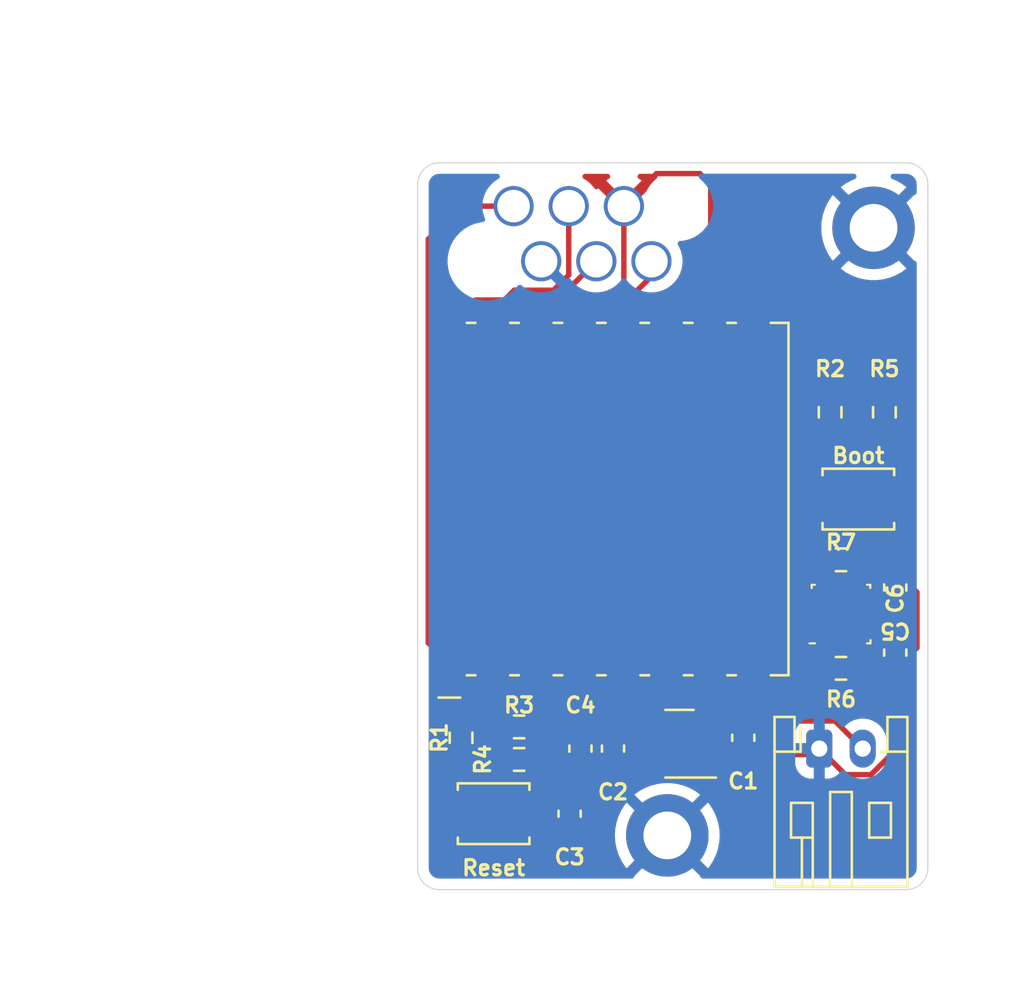
<source format=kicad_pcb>
(kicad_pcb (version 20211014) (generator pcbnew)
  (layers (0 "F.Cu" signal) (31 "B.Cu" signal) (34 "B.Paste" user) (35 "F.Paste" user) (36 "B.SilkS" user "B.Silkscreen") (37 "F.SilkS" user "F.Silkscreen") (38 "B.Mask" user) (39 "F.Mask" user) (44 "Edge.Cuts" user))
  (net 0 "")
  (net 1 "GND")
  (net 2 "VCC")
  (net 3 "+BATT")
  (net 4 "/RX")
  (net 5 "/RST")
  (net 6 "/TX")
  (net 7 "/ADC")
  (net 8 "/BOOT")
  (net 9 "/I2C_CLK")
  (net 10 "/I2C_DAT")
  (net 15 "/GPIO15")
  (footprint "Capacitor_SMD:C_0603_1608Metric" (layer "F.Cu") (at 132.5 109 -90)
    (fp_text reference "C2" (at 2 0 unlocked) (layer "F.SilkS") (effects (font (size 0.7 0.7))))
    (fp_text value "1 µF")
    (fp_line (start -0.14058 0.51) (end 0.14058 0.51) (layer "F.SilkS") (width 0.12))
    (fp_line (start -0.14058 -0.51) (end 0.14058 -0.51) (layer "F.SilkS") (width 0.12))
    (pad "1" smd roundrect (at -0.775 0 270) (size 0.9 0.95) (layers "F.Cu" "F.Paste" "F.Mask") (net 2 "VCC"))
    (pad "2" smd roundrect (at 0.775 0 270) (size 0.9 0.95) (layers "F.Cu" "F.Paste" "F.Mask") (net 1 "GND"))
  )
  (footprint "Connector_JST:JST_PH_S2B-PH-K_1x02_P2.00mm_Horizontal" (layer "F.Cu") (at 142 109)
    (fp_text reference "J1" hide)
    (fp_text value "Conn_01x02_Female")
    (fp_line (start -0.3 4.1) (end -0.3 2.5) (layer "F.SilkS") (width 0.12))
    (fp_line (start 2.3 2.5) (end 3.3 2.5) (layer "F.SilkS") (width 0.12))
    (fp_line (start -1.14 -1.46) (end -2.06 -1.46) (layer "F.SilkS") (width 0.12))
    (fp_line (start 3.3 4.1) (end 2.3 4.1) (layer "F.SilkS") (width 0.12))
    (fp_line (start -0.86 0.14) (end -0.86 -1.075) (layer "F.SilkS") (width 0.12))
    (fp_line (start 3.3 2.5) (end 3.3 4.1) (layer "F.SilkS") (width 0.12))
    (fp_line (start 3.14 -1.46) (end 3.14 0.14) (layer "F.SilkS") (width 0.12))
    (fp_line (start -0.86 0.14) (end -1.14 0.14) (layer "F.SilkS") (width 0.12))
    (fp_line (start -1.14 0.14) (end -1.14 -1.46) (layer "F.SilkS") (width 0.12))
    (fp_line (start -1.3 2.5) (end -1.3 4.1) (layer "F.SilkS") (width 0.12))
    (fp_line (start 0.5 6.36) (end 0.5 2) (layer "F.SilkS") (width 0.12))
    (fp_line (start -2.06 -1.46) (end -2.06 6.36) (layer "F.SilkS") (width 0.12))
    (fp_line (start 2.3 4.1) (end 2.3 2.5) (layer "F.SilkS") (width 0.12))
    (fp_line (start 3.14 0.14) (end 2.86 0.14) (layer "F.SilkS") (width 0.12))
    (fp_line (start 1.5 2) (end 1.5 6.36) (layer "F.SilkS") (width 0.12))
    (fp_line (start -0.3 4.1) (end -0.3 6.36) (layer "F.SilkS") (width 0.12))
    (fp_line (start 4.06 0.14) (end 3.14 0.14) (layer "F.SilkS") (width 0.12))
    (fp_line (start -0.8 4.1) (end -0.8 6.36) (layer "F.SilkS") (width 0.12))
    (fp_line (start 4.06 -1.46) (end 3.14 -1.46) (layer "F.SilkS") (width 0.12))
    (fp_line (start -1.3 4.1) (end -0.3 4.1) (layer "F.SilkS") (width 0.12))
    (fp_line (start -0.3 2.5) (end -1.3 2.5) (layer "F.SilkS") (width 0.12))
    (fp_line (start -2.06 0.14) (end -1.14 0.14) (layer "F.SilkS") (width 0.12))
    (fp_line (start 4.06 6.36) (end 4.06 -1.46) (layer "F.SilkS") (width 0.12))
    (fp_line (start 0.5 2) (end 1.5 2) (layer "F.SilkS") (width 0.12))
    (fp_line (start -2.06 6.36) (end 4.06 6.36) (layer "F.SilkS") (width 0.12))
    (pad "1" thru_hole roundrect (at 0 0) (size 1.2 1.75) (drill 0.75) (layers *.Cu *.Mask) (roundrect_rratio 0.208333) (net 1 "GND"))
    (pad "2" thru_hole oval (at 2 0) (size 1.2 1.75) (drill 0.75) (layers *.Cu *.Mask) (net 3 "+BATT"))
  )
  (footprint "Resistor_SMD:R_0603_1608Metric" (layer "F.Cu") (at 125.5 108.5 -90)
    (fp_text reference "R1" (at 0 1 90 unlocked) (layer "F.SilkS") (effects (font (size 0.7 0.7))))
    (fp_text value "10 k")
    (fp_line (start -0.237258 -0.5225) (end 0.237258 -0.5225) (layer "F.SilkS") (width 0.12))
    (fp_line (start -0.237258 0.5225) (end 0.237258 0.5225) (layer "F.SilkS") (width 0.12))
    (pad "1" smd roundrect (at -0.825 0 270) (size 0.8 0.95) (layers "F.Cu" "F.Paste" "F.Mask") (net 5 "/RST"))
    (pad "2" smd roundrect (at 0.825 0 270) (size 0.8 0.95) (layers "F.Cu" "F.Paste" "F.Mask") (net 2 "VCC"))
  )
  (footprint "Resistor_SMD:R_0603_1608Metric" (layer "F.Cu") (at 142.5 93.5 90)
    (fp_text reference "R2" (at 2 0 unlocked) (layer "F.SilkS") (effects (font (size 0.7 0.7))))
    (fp_text value "1 k")
    (fp_line (start -0.237258 0.5225) (end 0.237258 0.5225) (layer "F.SilkS") (width 0.12))
    (fp_line (start -0.237258 -0.5225) (end 0.237258 -0.5225) (layer "F.SilkS") (width 0.12))
    (pad "1" smd roundrect (at -0.825 0 90) (size 0.8 0.95) (layers "F.Cu" "F.Paste" "F.Mask") (net 2 "VCC"))
    (pad "2" smd roundrect (at 0.825 0 90) (size 0.8 0.95) (layers "F.Cu" "F.Paste" "F.Mask") (net 8 "/BOOT"))
  )
  (footprint "Button_Switch_SMD:SW_SPST_B3U-1000P" (layer "F.Cu") (at 127 112 180)
    (fp_text reference "Reset" (at 0 -2.5 unlocked) (layer "F.SilkS") (effects (font (size 0.7 0.7))))
    (fp_text value "SW_Push")
    (fp_line (start -1.65 1.4) (end 1.65 1.4) (layer "F.SilkS") (width 0.12))
    (fp_line (start -1.65 -1.4) (end 1.65 -1.4) (layer "F.SilkS") (width 0.12))
    (fp_line (start 1.65 1.4) (end 1.65 1.1) (layer "F.SilkS") (width 0.12))
    (fp_line (start -1.65 1.1) (end -1.65 1.4) (layer "F.SilkS") (width 0.12))
    (fp_line (start -1.65 -1.1) (end -1.65 -1.4) (layer "F.SilkS") (width 0.12))
    (fp_line (start 1.65 -1.4) (end 1.65 -1.1) (layer "F.SilkS") (width 0.12))
    (pad "1" smd rect (at -1.7 0 180) (size 0.9 1.7) (layers "F.Cu" "F.Paste" "F.Mask") (net 1 "GND"))
    (pad "2" smd rect (at 1.7 0 180) (size 0.9 1.7) (layers "F.Cu" "F.Paste" "F.Mask") (net 5 "/RST"))
  )
  (footprint "Package_TO_SOT_SMD:SOT-23" (layer "F.Cu") (at 135.5625 108.775 180)
    (fp_text reference "U1" hide)
    (fp_text value "MCP1700-3302E_TO92")
    (fp_line (start 0 1.56) (end -0.65 1.56) (layer "F.SilkS") (width 0.12))
    (fp_line (start 0 -1.56) (end 0.65 -1.56) (layer "F.SilkS") (width 0.12))
    (fp_line (start 0 1.56) (end 0.65 1.56) (layer "F.SilkS") (width 0.12))
    (fp_line (start 0 -1.56) (end -1.675 -1.56) (layer "F.SilkS") (width 0.12))
    (pad "1" smd roundrect (at -0.9375 -0.95 180) (size 1.475 0.6) (layers "F.Cu" "F.Paste" "F.Mask") (net 1 "GND"))
    (pad "2" smd roundrect (at -0.9375 0.95 180) (size 1.475 0.6) (layers "F.Cu" "F.Paste" "F.Mask") (net 3 "+BATT"))
    (pad "3" smd roundrect (at 0.9375 0 180) (size 1.475 0.6) (layers "F.Cu" "F.Paste" "F.Mask") (net 2 "VCC"))
  )
  (footprint "Library:ESP-07" (layer "F.Cu") (at 129.8625 97.5 90)
    (fp_text reference "U2" hide)
    (fp_text value "ESP-07")
    (fp_line (start -8.12 8.3) (end -8.12 7.9) (layer "F.SilkS") (width 0.12))
    (fp_line (start 8.12 2.3) (end 8.12 1.9) (layer "F.SilkS") (width 0.12))
    (fp_line (start 8.12 8.3) (end 8.12 7.9) (layer "F.SilkS") (width 0.12))
    (fp_line (start 8.12 -3.7) (end 8.12 -4.1) (layer "F.SilkS") (width 0.12))
    (fp_line (start -8.12 6.3) (end -8.12 5.9) (layer "F.SilkS") (width 0.12))
    (fp_line (start 8.12 -1.7) (end 8.12 -2.1) (layer "F.SilkS") (width 0.12))
    (fp_line (start 8.12 0.3) (end 8.12 -0.1) (layer "F.SilkS") (width 0.12))
    (fp_line (start -8.12 2.3) (end -8.12 1.9) (layer "F.SilkS") (width 0.12))
    (fp_line (start 8.12 4.3) (end 8.12 3.9) (layer "F.SilkS") (width 0.12))
    (fp_line (start -8.12 10.72) (end -8.12 9.9) (layer "F.SilkS") (width 0.12))
    (fp_line (start -8.12 -1.7) (end -8.12 -2.1) (layer "F.SilkS") (width 0.12))
    (fp_line (start 8.12 10.72) (end -8.12 10.72) (layer "F.SilkS") (width 0.12))
    (fp_line (start -8.12 0.3) (end -8.12 -0.1) (layer "F.SilkS") (width 0.12))
    (fp_line (start 8.12 6.3) (end 8.12 5.9) (layer "F.SilkS") (width 0.12))
    (fp_line (start -9.15 -5.4) (end -9.15 -4.4) (layer "F.SilkS") (width 0.12))
    (fp_line (start -8.12 -3.7) (end -8.12 -4.1) (layer "F.SilkS") (width 0.12))
    (fp_line (start 8.12 9.9) (end 8.12 10.72) (layer "F.SilkS") (width 0.12))
    (fp_line (start -8.12 4.3) (end -8.12 3.9) (layer "F.SilkS") (width 0.12))
    (pad "1" smd rect (at -7.6 -4.9 90) (size 2.5 1) (layers "F.Cu" "F.Paste" "F.Mask") (net 5 "/RST"))
    (pad "2" smd rect (at -7.6 -2.9 90) (size 2.5 1) (layers "F.Cu" "F.Paste" "F.Mask") (net 7 "/ADC"))
    (pad "3" smd rect (at -7.6 -0.9 90) (size 2.5 1) (layers "F.Cu" "F.Paste" "F.Mask") (net 2 "VCC"))
    (pad "4" smd rect (at -7.6 1.1 90) (size 2.5 1) (layers "F.Cu" "F.Paste" "F.Mask"))
    (pad "5" smd rect (at -7.6 3.1 90) (size 2.5 1) (layers "F.Cu" "F.Paste" "F.Mask"))
    (pad "6" smd rect (at -7.6 5.1 90) (size 2.5 1) (layers "F.Cu" "F.Paste" "F.Mask"))
    (pad "7" smd rect (at -7.6 7.1 90) (size 2.5 1) (layers "F.Cu" "F.Paste" "F.Mask"))
    (pad "8" smd rect (at -7.6 9.1 90) (size 2.5 1) (layers "F.Cu" "F.Paste" "F.Mask") (net 2 "VCC"))
    (pad "9" smd rect (at 7.6 9.1 90) (size 2.5 1) (layers "F.Cu" "F.Paste" "F.Mask") (net 1 "GND"))
    (pad "10" smd rect (at 7.6 7.1 90) (size 2.5 1) (layers "F.Cu" "F.Paste" "F.Mask") (net 15 "/GPIO15"))
    (pad "11" smd rect (at 7.6 5.1 90) (size 2.5 1) (layers "F.Cu" "F.Paste" "F.Mask") (net 2 "VCC"))
    (pad "12" smd rect (at 7.6 3.1 90) (size 2.5 1) (layers "F.Cu" "F.Paste" "F.Mask") (net 8 "/BOOT"))
    (pad "13" smd rect (at 7.6 1.1 90) (size 2.5 1) (layers "F.Cu" "F.Paste" "F.Mask") (net 9 "/I2C_CLK"))
    (pad "14" smd rect (at 7.6 -0.9 90) (size 2.5 1) (layers "F.Cu" "F.Paste" "F.Mask") (net 10 "/I2C_DAT"))
    (pad "15" smd rect (at 7.6 -2.9 90) (size 2.5 1) (layers "F.Cu" "F.Paste" "F.Mask") (net 4 "/RX"))
    (pad "16" smd rect (at 7.6 -4.9 90) (size 2.5 1) (layers "F.Cu" "F.Paste" "F.Mask") (net 6 "/TX"))
    (zone (net 0) (net_name "") (layers *.Cu) (connect_pads (clearance 0)) (min_thickness 0.254)
      (keepout (tracks not_allowed) (vias not_allowed) (pads not_allowed) (copperpour not_allowed) (footprints not_allowed))
      (fill (thermal_gap 0.508) (thermal_bridge_width 0.508))
      (polygon (pts (xy 123.8625 120.5) (xy 123.8625 74.5) (xy 104.2625 74.5) (xy 104.2625 120.5)))
    )
  )
  (footprint "Resistor_SMD:R_0603_1608Metric" (layer "F.Cu") (at 128.175 108 180)
    (fp_text reference "R3" (at 0 1 unlocked) (layer "F.SilkS") (effects (font (size 0.7 0.7))))
    (fp_text value "100 k")
    (fp_line (start -0.237258 -0.5225) (end 0.237258 -0.5225) (layer "F.SilkS") (width 0.12))
    (fp_line (start -0.237258 0.5225) (end 0.237258 0.5225) (layer "F.SilkS") (width 0.12))
    (pad "1" smd roundrect (at -0.825 0 180) (size 0.8 0.95) (layers "F.Cu" "F.Paste" "F.Mask") (net 3 "+BATT"))
    (pad "2" smd roundrect (at 0.825 0 180) (size 0.8 0.95) (layers "F.Cu" "F.Paste" "F.Mask") (net 7 "/ADC"))
  )
  (footprint "Resistor_SMD:R_0603_1608Metric" (layer "F.Cu") (at 128.175 109.5)
    (fp_text reference "R4" (at -1.675 0 90 unlocked) (layer "F.SilkS") (effects (font (size 0.7 0.7))))
    (fp_text value "300 k")
    (fp_line (start -0.237258 0.5225) (end 0.237258 0.5225) (layer "F.SilkS") (width 0.12))
    (fp_line (start -0.237258 -0.5225) (end 0.237258 -0.5225) (layer "F.SilkS") (width 0.12))
    (pad "1" smd roundrect (at -0.825 0) (size 0.8 0.95) (layers "F.Cu" "F.Paste" "F.Mask") (net 7 "/ADC"))
    (pad "2" smd roundrect (at 0.825 0) (size 0.8 0.95) (layers "F.Cu" "F.Paste" "F.Mask") (net 1 "GND"))
  )
  (footprint "Capacitor_SMD:C_0603_1608Metric" (layer "F.Cu") (at 138.5 108.5 -90)
    (fp_text reference "C1" (at 2 0 unlocked) (layer "F.SilkS") (effects (font (size 0.7 0.7))))
    (fp_text value "1 µF")
    (fp_line (start -0.14058 0.51) (end 0.14058 0.51) (layer "F.SilkS") (width 0.12))
    (fp_line (start -0.14058 -0.51) (end 0.14058 -0.51) (layer "F.SilkS") (width 0.12))
    (pad "1" smd roundrect (at -0.775 0 270) (size 0.9 0.95) (layers "F.Cu" "F.Paste" "F.Mask") (net 3 "+BATT"))
    (pad "2" smd roundrect (at 0.775 0 270) (size 0.9 0.95) (layers "F.Cu" "F.Paste" "F.Mask") (net 1 "GND"))
  )
  (footprint "Button_Switch_SMD:SW_SPST_B3U-1000P" (layer "F.Cu") (at 143.8 97.5)
    (fp_text reference "Boot" (at 0 -2 unlocked) (layer "F.SilkS") (effects (font (size 0.7 0.7))))
    (fp_text value "SW_Push")
    (fp_line (start 1.65 -1.4) (end 1.65 -1.1) (layer "F.SilkS") (width 0.12))
    (fp_line (start -1.65 1.1) (end -1.65 1.4) (layer "F.SilkS") (width 0.12))
    (fp_line (start 1.65 1.4) (end 1.65 1.1) (layer "F.SilkS") (width 0.12))
    (fp_line (start -1.65 -1.1) (end -1.65 -1.4) (layer "F.SilkS") (width 0.12))
    (fp_line (start -1.65 1.4) (end 1.65 1.4) (layer "F.SilkS") (width 0.12))
    (fp_line (start -1.65 -1.4) (end 1.65 -1.4) (layer "F.SilkS") (width 0.12))
    (pad "1" smd rect (at -1.7 0) (size 0.9 1.7) (layers "F.Cu" "F.Paste" "F.Mask") (net 8 "/BOOT"))
    (pad "2" smd rect (at 1.7 0) (size 0.9 1.7) (layers "F.Cu" "F.Paste" "F.Mask") (net 1 "GND"))
  )
  (footprint "Resistor_SMD:R_0603_1608Metric" (layer "F.Cu") (at 145 93.5 90)
    (fp_text reference "R5" (at 2 0 unlocked) (layer "F.SilkS") (effects (font (size 0.7 0.7))))
    (fp_text value "12 k")
    (fp_line (start -0.237258 -0.5225) (end 0.237258 -0.5225) (layer "F.SilkS") (width 0.12))
    (fp_line (start -0.237258 0.5225) (end 0.237258 0.5225) (layer "F.SilkS") (width 0.12))
    (pad "1" smd roundrect (at -0.825 0 90) (size 0.8 0.95) (layers "F.Cu" "F.Paste" "F.Mask") (net 1 "GND"))
    (pad "2" smd roundrect (at 0.825 0 90) (size 0.8 0.95) (layers "F.Cu" "F.Paste" "F.Mask") (net 15 "/GPIO15"))
  )
  (footprint "Package_LGA:Bosch_LGA-8_2.5x2.5mm_P0.65mm_ClockwisePinNumbering" (layer "F.Cu") (at 143 102.8 90)
    (fp_text reference "U3" hide)
    (fp_text value "BME280")
    (fp_line (start -1.35 1.35) (end -1.35 1.2) (layer "F.SilkS") (width 0.1))
    (fp_line (start -1.35 -1.2) (end -1.35 -1.45) (layer "F.SilkS") (width 0.1))
    (fp_line (start -1.35 1.36) (end -1.2 1.36) (layer "F.SilkS") (width 0.1))
    (fp_line (start 1.35 -1.35) (end 1.35 -1.2) (layer "F.SilkS") (width 0.1))
    (fp_line (start 1.35 1.35) (end 1.35 1.2) (layer "F.SilkS") (width 0.1))
    (fp_line (start 1.2 -1.35) (end 1.35 -1.35) (layer "F.SilkS") (width 0.1))
    (fp_line (start 1.35 1.35) (end 1.2 1.35) (layer "F.SilkS") (width 0.1))
    (pad "1" smd rect (at -0.975 -1.025 180) (size 0.5 0.35) (layers "F.Cu" "F.Paste" "F.Mask") (net 1 "GND"))
    (pad "2" smd rect (at -0.325 -1.025 180) (size 0.5 0.35) (layers "F.Cu" "F.Paste" "F.Mask") (net 2 "VCC"))
    (pad "3" smd rect (at 0.325 -1.025 180) (size 0.5 0.35) (layers "F.Cu" "F.Paste" "F.Mask") (net 10 "/I2C_DAT"))
    (pad "4" smd rect (at 0.975 -1.025 180) (size 0.5 0.35) (layers "F.Cu" "F.Paste" "F.Mask") (net 9 "/I2C_CLK"))
    (pad "5" smd rect (at 0.975 1.025 180) (size 0.5 0.35) (layers "F.Cu" "F.Paste" "F.Mask") (net 1 "GND"))
    (pad "6" smd rect (at 0.325 1.025 180) (size 0.5 0.35) (layers "F.Cu" "F.Paste" "F.Mask") (net 2 "VCC"))
    (pad "7" smd rect (at -0.325 1.025 180) (size 0.5 0.35) (layers "F.Cu" "F.Paste" "F.Mask") (net 1 "GND"))
    (pad "8" smd rect (at -0.975 1.025 180) (size 0.5 0.35) (layers "F.Cu" "F.Paste" "F.Mask") (net 2 "VCC"))
  )
  (footprint "Capacitor_SMD:C_0603_1608Metric" (layer "F.Cu") (at 130.5 112 90)
    (fp_text reference "C3" (at -2 0 unlocked) (layer "F.SilkS") (effects (font (size 0.7 0.7))))
    (fp_text value "1 µF")
    (fp_line (start -0.14058 0.51) (end 0.14058 0.51) (layer "F.SilkS") (width 0.12))
    (fp_line (start -0.14058 -0.51) (end 0.14058 -0.51) (layer "F.SilkS") (width 0.12))
    (pad "1" smd roundrect (at -0.775 0 90) (size 0.9 0.95) (layers "F.Cu" "F.Paste" "F.Mask") (net 5 "/RST"))
    (pad "2" smd roundrect (at 0.775 0 90) (size 0.9 0.95) (layers "F.Cu" "F.Paste" "F.Mask") (net 1 "GND"))
  )
  (footprint "Capacitor_SMD:C_0603_1608Metric" (layer "F.Cu") (at 131 109 90)
    (fp_text reference "C4" (at 2 0 unlocked) (layer "F.SilkS") (effects (font (size 0.7 0.7))))
    (fp_text value "100 nF")
    (fp_line (start -0.14058 0.51) (end 0.14058 0.51) (layer "F.SilkS") (width 0.12))
    (fp_line (start -0.14058 -0.51) (end 0.14058 -0.51) (layer "F.SilkS") (width 0.12))
    (pad "1" smd roundrect (at -0.775 0 90) (size 0.9 0.95) (layers "F.Cu" "F.Paste" "F.Mask") (net 1 "GND"))
    (pad "2" smd roundrect (at 0.775 0 90) (size 0.9 0.95) (layers "F.Cu" "F.Paste" "F.Mask") (net 2 "VCC"))
  )
  (footprint "Capacitor_SMD:C_0603_1608Metric" (layer "F.Cu") (at 145.5 101.575 90)
    (fp_text reference "C5" (at -2 0 180 unlocked) (layer "F.SilkS") (effects (font (size 0.7 0.7))))
    (fp_text value "100 nF")
    (fp_line (start -0.14058 -0.51) (end 0.14058 -0.51) (layer "F.SilkS") (width 0.12))
    (fp_line (start -0.14058 0.51) (end 0.14058 0.51) (layer "F.SilkS") (width 0.12))
    (pad "1" smd roundrect (at -0.775 0 90) (size 0.9 0.95) (layers "F.Cu" "F.Paste" "F.Mask") (net 2 "VCC"))
    (pad "2" smd roundrect (at 0.775 0 90) (size 0.9 0.95) (layers "F.Cu" "F.Paste" "F.Mask") (net 1 "GND"))
  )
  (footprint "Resistor_SMD:R_0603_1608Metric" (layer "F.Cu") (at 143 100.3 180)
    (fp_text reference "R7" (at 0 0.8 unlocked) (layer "F.SilkS") (effects (font (size 0.7 0.7))))
    (fp_text value "4.7 k")
    (fp_line (start -0.237258 0.5225) (end 0.237258 0.5225) (layer "F.SilkS") (width 0.12))
    (fp_line (start -0.237258 -0.5225) (end 0.237258 -0.5225) (layer "F.SilkS") (width 0.12))
    (pad "1" smd roundrect (at -0.825 0 180) (size 0.8 0.95) (layers "F.Cu" "F.Paste" "F.Mask") (net 2 "VCC"))
    (pad "2" smd roundrect (at 0.825 0 180) (size 0.8 0.95) (layers "F.Cu" "F.Paste" "F.Mask") (net 9 "/I2C_CLK"))
  )
  (footprint "MountingHole:MountingHole_2.2mm_M2_DIN965_Pad" (layer "F.Cu") (at 135 113)
    (fp_text reference "H2" hide)
    (fp_text value "MountingHole_Pad")
    (pad "1" thru_hole circle (at 0 0) (size 3.8 3.8) (drill 2.2) (layers *.Cu *.Mask) (net 1 "GND"))
  )
  (footprint "Capacitor_SMD:C_0603_1608Metric" (layer "F.Cu") (at 145.5 104.575 -90)
    (fp_text reference "C6" (at -2.5 0 90 unlocked) (layer "F.SilkS") (effects (font (size 0.7 0.7))))
    (fp_text value "100 nF")
    (fp_line (start -0.14058 0.51) (end 0.14058 0.51) (layer "F.SilkS") (width 0.12))
    (fp_line (start -0.14058 -0.51) (end 0.14058 -0.51) (layer "F.SilkS") (width 0.12))
    (pad "1" smd roundrect (at -0.775 0 270) (size 0.9 0.95) (layers "F.Cu" "F.Paste" "F.Mask") (net 2 "VCC"))
    (pad "2" smd roundrect (at 0.775 0 270) (size 0.9 0.95) (layers "F.Cu" "F.Paste" "F.Mask") (net 1 "GND"))
  )
  (footprint "Resistor_SMD:R_0603_1608Metric" (layer "F.Cu") (at 143 105.3 180)
    (fp_text reference "R6" (at 0 -1.43 unlocked) (layer "F.SilkS") (effects (font (size 0.7 0.7))))
    (fp_text value "4.7 k")
    (fp_line (start -0.237258 -0.5225) (end 0.237258 -0.5225) (layer "F.SilkS") (width 0.12))
    (fp_line (start -0.237258 0.5225) (end 0.237258 0.5225) (layer "F.SilkS") (width 0.12))
    (pad "1" smd roundrect (at -0.825 0 180) (size 0.8 0.95) (layers "F.Cu" "F.Paste" "F.Mask") (net 2 "VCC"))
    (pad "2" smd roundrect (at 0.825 0 180) (size 0.8 0.95) (layers "F.Cu" "F.Paste" "F.Mask") (net 10 "/I2C_DAT"))
  )
  (footprint "MountingHole:MountingHole_2.2mm_M2_DIN965_Pad" (layer "F.Cu") (at 144.5 85)
    (fp_text reference "H1" hide)
    (fp_text value "MountingHole_Pad")
    (pad "1" thru_hole circle (at 0 0) (size 3.8 3.8) (drill 2.2) (layers *.Cu *.Mask) (net 1 "GND"))
  )
  (footprint "Library:Würth_Debug_Connector_6pin" (layer "B.Cu") (at 131.095 85.27 180)
    (fp_text reference "J2" hide)
    (fp_text value "Conn_Wuerth")
    (pad "" np_thru_hole circle (at -4.405 1.27 180) (size 2.2 2.2) (drill 2.2) (layers F&B.Cu *.Mask))
    (pad "" np_thru_hole circle (at 4.405 -1.27 180) (size 2.6 2.6) (drill 2.6) (layers F&B.Cu *.Mask))
    (pad "1" thru_hole circle (at 3.175 1.27 180) (size 1.85 1.85) (drill 1.5) (layers *.Cu *.Mask) (net 5 "/RST"))
    (pad "2" thru_hole circle (at 1.905 -1.27 180) (size 1.85 1.85) (drill 1.5) (layers *.Cu *.Mask) (net 1 "GND"))
    (pad "3" thru_hole circle (at 0.635 1.27 180) (size 1.85 1.85) (drill 1.5) (layers *.Cu *.Mask) (net 6 "/TX"))
    (pad "4" thru_hole circle (at -0.635 -1.27 180) (size 1.85 1.85) (drill 1.5) (layers *.Cu *.Mask) (net 4 "/RX"))
    (pad "5" thru_hole circle (at -1.905 1.27 180) (size 1.85 1.85) (drill 1.5) (layers *.Cu *.Mask) (net 2 "VCC"))
    (pad "6" thru_hole circle (at -3.175 -1.27 180) (size 1.85 1.85) (drill 1.5) (layers *.Cu *.Mask) (net 8 "/BOOT"))
  )
  (gr_line (start 146 82) (end 124.5 82) (layer "Edge.Cuts") (width 0.05))
  (gr_line (start 123.5 83) (end 123.5 114.5) (layer "Edge.Cuts") (width 0.05))
  (gr_arc (start 147 114.5) (mid 146.707107 115.207107) (end 146 115.5) (layer "Edge.Cuts") (width 0.05))
  (gr_arc (start 124.5 115.5) (mid 123.792893 115.207107) (end 123.5 114.5) (layer "Edge.Cuts") (width 0.05))
  (gr_line (start 124.5 115.5) (end 146 115.5) (layer "Edge.Cuts") (width 0.05))
  (gr_arc (start 123.5 83) (mid 123.792893 82.292893) (end 124.5 82) (layer "Edge.Cuts") (width 0.05))
  (gr_arc (start 146 82) (mid 146.707107 82.292893) (end 147 83) (layer "Edge.Cuts") (width 0.05))
  (gr_line (start 147 83) (end 147 114.5) (layer "Edge.Cuts") (width 0.05))
  (segment (start 130.5 110) (end 130.5 111.225) (width 0.25) (layer "F.Cu") (net 1))
  (segment (start 143.3 103.125) (end 143.3 102) (width 0.25) (layer "F.Cu") (net 1))
  (segment (start 146.5 104.35) (end 145.5 105.35) (width 0.25) (layer "F.Cu") (net 1))
  (segment (start 145.5 109.083148) (end 144.383148 110.2) (width 0.25) (layer "F.Cu") (net 1))
  (segment (start 132.575 109.85) (end 136.375 109.85) (width 0.25) (layer "F.Cu") (net 1))
  (segment (start 145.5 94.825) (end 145 94.325) (width 0.25) (layer "F.Cu") (net 1))
  (segment (start 143.3 103.125) (end 144.025 103.125) (width 0.25) (layer "F.Cu") (net 1))
  (segment (start 144.475 101.825) (end 145.5 100.8) (width 0.25) (layer "F.Cu") (net 1))
  (segment (start 136.375 109.85) (end 136.5 109.725) (width 0.25) (layer "F.Cu") (net 1))
  (segment (start 144.025 101.825) (end 144.475 101.825) (width 0.25) (layer "F.Cu") (net 1))
  (segment (start 143.3 102) (end 143.475 101.825) (width 0.25) (layer "F.Cu") (net 1))
  (segment (start 128.7 112) (end 129.725 112) (width 0.25) (layer "F.Cu") (net 1))
  (segment (start 144.383148 110.2) (end 143.2 110.2) (width 0.25) (layer "F.Cu") (net 1))
  (segment (start 146.5 101.8) (end 146.5 104.35) (width 0.25) (layer "F.Cu") (net 1))
  (segment (start 145.5 97.5) (end 145.5 94.825) (width 0.25) (layer "F.Cu") (net 1))
  (segment (start 138.05 109.725) (end 138.5 109.275) (width 0.25) (layer "F.Cu") (net 1))
  (segment (start 129.275 109.775) (end 129 109.5) (width 0.25) (layer "F.Cu") (net 1))
  (segment (start 131 109.775) (end 130.725 109.775) (width 0.25) (layer "F.Cu") (net 1))
  (segment (start 141.725 109.275) (end 142 109) (width 0.25) (layer "F.Cu") (net 1))
  (segment (start 145.5 100.8) (end 145.5 97.5) (width 0.25) (layer "F.Cu") (net 1))
  (segment (start 138.9625 89.9) (end 139.6 89.9) (width 0.25) (layer "F.Cu") (net 1))
  (segment (start 139.6 89.9) (end 144.5 85) (width 0.25) (layer "F.Cu") (net 1))
  (segment (start 136.5 109.725) (end 138.05 109.725) (width 0.25) (layer "F.Cu") (net 1))
  (segment (start 145.5 105.35) (end 145.5 109.083148) (width 0.25) (layer "F.Cu") (net 1))
  (segment (start 142.65 103.775) (end 143.3 103.125) (width 0.25) (layer "F.Cu") (net 1))
  (segment (start 143.475 101.825) (end 144.025 101.825) (width 0.25) (layer "F.Cu") (net 1))
  (segment (start 138.5 109.275) (end 141.725 109.275) (width 0.25) (layer "F.Cu") (net 1))
  (segment (start 131 109.775) (end 129.275 109.775) (width 0.25) (layer "F.Cu") (net 1))
  (segment (start 145.5 100.8) (end 146.5 101.8) (width 0.25) (layer "F.Cu") (net 1))
  (segment (start 143.2 110.2) (end 142 109) (width 0.25) (layer "F.Cu") (net 1))
  (segment (start 132.5 109.775) (end 132.575 109.85) (width 0.25) (layer "F.Cu") (net 1))
  (segment (start 141.975 103.775) (end 142.65 103.775) (width 0.25) (layer "F.Cu") (net 1))
  (segment (start 132.5 109.775) (end 131 109.775) (width 0.25) (layer "F.Cu") (net 1))
  (segment (start 130.725 109.775) (end 130.5 110) (width 0.25) (layer "F.Cu") (net 1))
  (segment (start 129.725 112) (end 130.5 111.225) (width 0.25) (layer "F.Cu") (net 1))
  (segment (start 141.4 104.275) (end 141.4 103.4) (width 0.25) (layer "F.Cu") (net 2))
  (segment (start 144.025 102.475) (end 145.375 102.475) (width 0.25) (layer "F.Cu") (net 2))
  (segment (start 135 88.5) (end 135 89.8625) (width 0.25) (layer "F.Cu") (net 2))
  (segment (start 126.1375 106.675) (end 126.1375 103.525) (width 0.25) (layer "F.Cu") (net 2))
  (segment (start 128.9625 104.4625) (end 128.9625 105.1) (width 0.25) (layer "F.Cu") (net 2))
  (segment (start 142.55 103.05) (end 142.475 103.125) (width 0.25) (layer "F.Cu") (net 2))
  (segment (start 136.5 82.5) (end 137 83) (width 0.25) (layer "F.Cu") (net 2))
  (segment (start 132.5 108.225) (end 134.559251 108.225) (width 0.25) (layer "F.Cu") (net 2))
  (segment (start 126.5125 107.05) (end 126.1375 106.675) (width 0.25) (layer "F.Cu") (net 2))
  (segment (start 141.675 103.125) (end 141.975 103.125) (width 0.25) (layer "F.Cu") (net 2))
  (segment (start 126.5125 108.3125) (end 126.5125 107.05) (width 0.25) (layer "F.Cu") (net 2))
  (segment (start 141.4 103.4) (end 141.675 103.125) (width 0.25) (layer "F.Cu") (net 2))
  (segment (start 137 83) (end 137 86.5) (width 0.25) (layer "F.Cu") (net 2))
  (segment (start 144.025 103.775) (end 144.025 105.1) (width 0.25) (layer "F.Cu") (net 2))
  (segment (start 142.825 104.3) (end 141.425 104.3) (width 0.25) (layer "F.Cu") (net 2))
  (segment (start 131 108.225) (end 132.5 108.225) (width 0.25) (layer "F.Cu") (net 2))
  (segment (start 143.825 100.3) (end 143.825 95.65) (width 0.25) (layer "F.Cu") (net 2))
  (segment (start 128.9625 105.1) (end 128.9625 106.1875) (width 0.25) (layer "F.Cu") (net 2))
  (segment (start 134.625 108.775) (end 134.625 108.290749) (width 0.25) (layer "F.Cu") (net 2))
  (segment (start 145.5 102.35) (end 145.5 103.8) (width 0.25) (layer "F.Cu") (net 2))
  (segment (start 143.825 95.65) (end 142.5 94.325) (width 0.25) (layer "F.Cu") (net 2))
  (segment (start 141.425 104.3) (end 141.4 104.275) (width 0.25) (layer "F.Cu") (net 2))
  (segment (start 125.5 109.325) (end 126.5125 108.3125) (width 0.25) (layer "F.Cu") (net 2))
  (segment (start 134.559251 108.225) (end 134.625 108.290749) (width 0.25) (layer "F.Cu") (net 2))
  (segment (start 143.825 100.3) (end 142.55 101.575) (width 0.25) (layer "F.Cu") (net 2))
  (segment (start 128.9625 106.1875) (end 131 108.225) (width 0.25) (layer "F.Cu") (net 2))
  (segment (start 133 84) (end 133 87.5) (width 0.25) (layer "F.Cu") (net 2))
  (segment (start 142.55 101.575) (end 142.55 103.05) (width 0.25) (layer "F.Cu") (net 2))
  (segment (start 144.05 103.8) (end 144.025 103.775) (width 0.25) (layer "F.Cu") (net 2))
  (segment (start 132 88.5) (end 132 91.5) (width 0.25) (layer "F.Cu") (net 2))
  (segment (start 128.025 103.525) (end 128.9625 104.4625) (width 0.25) (layer "F.Cu") (net 2))
  (segment (start 133 84) (end 134.5 82.5) (width 0.25) (layer "F.Cu") (net 2))
  (segment (start 126.1375 103.525) (end 128.025 103.525) (width 0.25) (layer "F.Cu") (net 2))
  (segment (start 143.825 105.3) (end 142.825 104.3) (width 0.25) (layer "F.Cu") (net 2))
  (segment (start 134.625 108.290749) (end 136.240749 106.675) (width 0.25) (layer "F.Cu") (net 2))
  (segment (start 138.1375 106.675) (end 138.9625 105.85) (width 0.25) (layer "F.Cu") (net 2))
  (segment (start 142.475 103.125) (end 141.975 103.125) (width 0.25) (layer "F.Cu") (net 2))
  (segment (start 135 89.8625) (end 134.9625 89.9) (width 0.25) (layer "F.Cu") (net 2))
  (segment (start 134.5 82.5) (end 136.5 82.5) (width 0.25) (layer "F.Cu") (net 2))
  (segment (start 138.9625 105.85) (end 138.9625 105.1) (width 0.25) (layer "F.Cu") (net 2))
  (segment (start 145.375 102.475) (end 145.5 102.35) (width 0.25) (layer "F.Cu") (net 2))
  (segment (start 145.5 103.8) (end 144.05 103.8) (width 0.25) (layer "F.Cu") (net 2))
  (segment (start 144.025 105.1) (end 143.825 105.3) (width 0.25) (layer "F.Cu") (net 2))
  (segment (start 137 86.5) (end 135 88.5) (width 0.25) (layer "F.Cu") (net 2))
  (segment (start 133 87.5) (end 132 88.5) (width 0.25) (layer "F.Cu") (net 2))
  (segment (start 136.240749 106.675) (end 138.1375 106.675) (width 0.25) (layer "F.Cu") (net 2))
  (segment (start 138.4 107.825) (end 138.5 107.725) (width 0.25) (layer "F.Cu") (net 3))
  (segment (start 144 109) (end 142.725 107.725) (width 0.25) (layer "F.Cu") (net 3))
  (segment (start 133.4 109.4) (end 133 109) (width 0.25) (layer "F.Cu") (net 3))
  (segment (start 136.5 107.825) (end 138.4 107.825) (width 0.25) (layer "F.Cu") (net 3))
  (segment (start 135.409251 109.4) (end 133.4 109.4) (width 0.25) (layer "F.Cu") (net 3))
  (segment (start 136.5 108.309251) (end 135.409251 109.4) (width 0.25) (layer "F.Cu") (net 3))
  (segment (start 136.5 107.825) (end 136.5 108.309251) (width 0.25) (layer "F.Cu") (net 3))
  (segment (start 133 109) (end 130 109) (width 0.25) (layer "F.Cu") (net 3))
  (segment (start 142.725 107.725) (end 138.5 107.725) (width 0.25) (layer "F.Cu") (net 3))
  (segment (start 130 109) (end 129 108) (width 0.25) (layer "F.Cu") (net 3))
  (segment (start 129.945 88.325) (end 128.175 88.325) (width 0.25) (layer "F.Cu") (net 4))
  (segment (start 128.175 88.325) (end 126.9625 89.5375) (width 0.25) (layer "F.Cu") (net 4))
  (segment (start 126.9625 89.5375) (end 126.9625 89.9) (width 0.25) (layer "F.Cu") (net 4))
  (segment (start 131.73 86.54) (end 129.945 88.325) (width 0.25) (layer "F.Cu") (net 4))
  (segment (start 126.475 113.175) (end 125.3 112) (width 0.25) (layer "F.Cu") (net 5))
  (segment (start 130.5 112.775) (end 130.1 113.175) (width 0.25) (layer "F.Cu") (net 5))
  (segment (start 123.9875 104.125) (end 123.9875 85.527499) (width 0.25) (layer "F.Cu") (net 5))
  (segment (start 123.9875 85.527499) (end 125.514999 84) (width 0.25) (layer "F.Cu") (net 5))
  (segment (start 124.9625 105.1) (end 123.9875 104.125) (width 0.25) (layer "F.Cu") (net 5))
  (segment (start 124.7 105.3625) (end 124.9625 105.1) (width 0.25) (layer "F.Cu") (net 5))
  (segment (start 130.1 113.175) (end 126.475 113.175) (width 0.25) (layer "F.Cu") (net 5))
  (segment (start 125.514999 84) (end 127.92 84) (width 0.25) (layer "F.Cu") (net 5))
  (segment (start 124.7 107.7) (end 124.7 105.3625) (width 0.25) (layer "F.Cu") (net 5))
  (segment (start 125.5 107.675) (end 124.725 107.675) (width 0.25) (layer "F.Cu") (net 5))
  (segment (start 125.3 112) (end 124.7 111.4) (width 0.25) (layer "F.Cu") (net 5))
  (segment (start 124.725 107.675) (end 124.7 107.7) (width 0.25) (layer "F.Cu") (net 5))
  (segment (start 124.7 111.4) (end 124.7 107.7) (width 0.25) (layer "F.Cu") (net 5))
  (segment (start 130.46 84) (end 130.46 87.173604) (width 0.25) (layer "F.Cu") (net 6))
  (segment (start 127.95 87.875) (end 127.5 88.325) (width 0.25) (layer "F.Cu") (net 6))
  (segment (start 130.46 87.173604) (end 129.758604 87.875) (width 0.25) (layer "F.Cu") (net 6))
  (segment (start 129.758604 87.875) (end 127.95 87.875) (width 0.25) (layer "F.Cu") (net 6))
  (segment (start 124.9625 89.5375) (end 124.9625 89.9) (width 0.25) (layer "F.Cu") (net 6))
  (segment (start 127.5 88.325) (end 126.175 88.325) (width 0.25) (layer "F.Cu") (net 6))
  (segment (start 126.175 88.325) (end 124.9625 89.5375) (width 0.25) (layer "F.Cu") (net 6))
  (segment (start 127.35 108) (end 126.9625 107.6125) (width 0.25) (layer "F.Cu") (net 7))
  (segment (start 126.9625 107.6125) (end 126.9625 105.1) (width 0.25) (layer "F.Cu") (net 7))
  (segment (start 127.35 109.5) (end 127.35 108) (width 0.25) (layer "F.Cu") (net 7))
  (segment (start 132.9625 88.5375) (end 132.9625 89.9) (width 0.25) (layer "F.Cu") (net 8))
  (segment (start 134.27 87.23) (end 132.9625 88.5375) (width 0.25) (layer "F.Cu") (net 8))
  (segment (start 132.9625 90.3) (end 132.9625 89.9) (width 0.25) (layer "F.Cu") (net 8))
  (segment (start 134.27 86.54) (end 134.27 87.23) (width 0.25) (layer "F.Cu") (net 8))
  (segment (start 142.175 93) (end 142.5 92.675) (width 0.25) (layer "F.Cu") (net 8))
  (segment (start 141 93) (end 142.175 93) (width 0.25) (layer "F.Cu") (net 8))
  (segment (start 135.6625 93) (end 132.9625 90.3) (width 0.25) (layer "F.Cu") (net 8))
  (segment (start 133 89.5) (end 133.1 89.4) (width 0.25) (layer "F.Cu") (net 8))
  (segment (start 141 93) (end 135.6625 93) (width 0.25) (layer "F.Cu") (net 8))
  (segment (start 141 96.4) (end 141 93) (width 0.25) (layer "F.Cu") (net 8))
  (segment (start 142.1 97.5) (end 141 96.4) (width 0.25) (layer "F.Cu") (net 8))
  (segment (start 140.5 101.5) (end 140.825 101.825) (width 0.25) (layer "F.Cu") (net 9))
  (segment (start 142.175 100.3) (end 141.7 100.3) (width 0.25) (layer "F.Cu") (net 9))
  (segment (start 141.7 100.3) (end 140.5 101.5) (width 0.25) (layer "F.Cu") (net 9))
  (segment (start 140.825 101.825) (end 141.975 101.825) (width 0.25) (layer "F.Cu") (net 9))
  (segment (start 140.5 101.5) (end 130.9625 91.9625) (width 0.25) (layer "F.Cu") (net 9))
  (segment (start 130.9625 91.9625) (end 130.9625 89.9) (width 0.25) (layer "F.Cu") (net 9))
  (segment (start 140.525 102.475) (end 141.975 102.475) (width 0.25) (layer "F.Cu") (net 10))
  (segment (start 142.175 105.3) (end 141.3 105.3) (width 0.25) (layer "F.Cu") (net 10))
  (segment (start 128.9625 90.9125) (end 128.9625 89.9) (width 0.25) (layer "F.Cu") (net 10))
  (segment (start 140.5 102.5) (end 140.525 102.475) (width 0.25) (layer "F.Cu") (net 10))
  (segment (start 140.525 102.475) (end 128.9625 90.9125) (width 0.25) (layer "F.Cu") (net 10))
  (segment (start 141.3 105.3) (end 140.5 104.5) (width 0.25) (layer "F.Cu") (net 10))
  (segment (start 140.5 104.5) (end 140.5 102.5) (width 0.25) (layer "F.Cu") (net 10))
  (segment (start 136.975 91.475) (end 136.9625 91.4625) (width 0.25) (layer "F.Cu") (net 15))
  (segment (start 136.9625 91.4625) (end 136.9625 89.9) (width 0.25) (layer "F.Cu") (net 15))
  (segment (start 143.8 91.475) (end 136.975 91.475) (width 0.25) (layer "F.Cu") (net 15))
  (segment (start 145 92.675) (end 143.8 91.475) (width 0.25) (layer "F.Cu") (net 15))
  (zone (net 2) (net_name "VCC") (layer "F.Cu") (connect_pads (clearance 0.508)) (min_thickness 0.254) (fill yes (thermal_gap 0.508) (thermal_bridge_width 0.508))
    (polygon (pts (xy 147 115.5) (xy 124 115.5) (xy 124 82) (xy 147 82)))
  )
  (zone (net 1) (net_name "GND") (layer "B.Cu") (connect_pads (clearance 0.508)) (min_thickness 0.254) (fill yes (thermal_gap 0.508) (thermal_bridge_width 0.508))
    (polygon (pts (xy 147 115.5) (xy 124 115.5) (xy 124 82) (xy 147 82)))
  )
)
</source>
